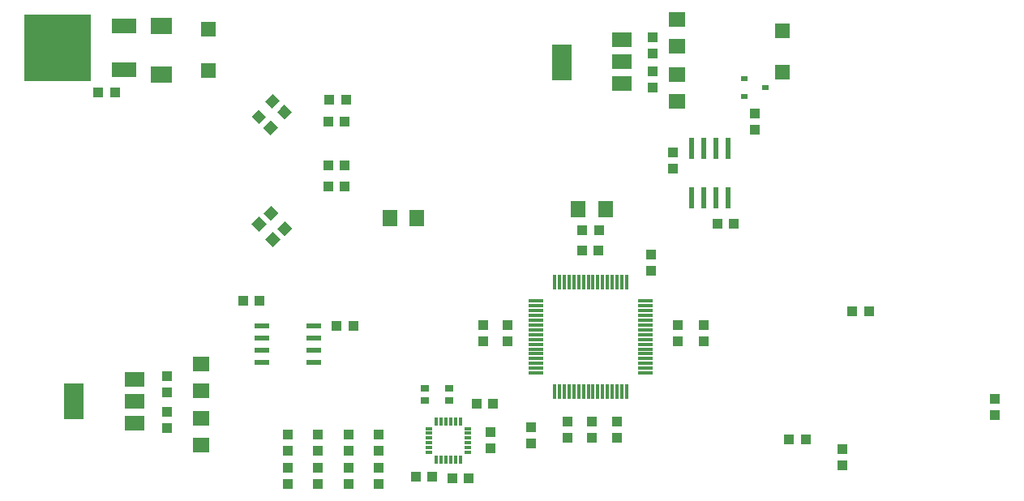
<source format=gtp>
G75*
G70*
%OFA0B0*%
%FSLAX24Y24*%
%IPPOS*%
%LPD*%
%AMOC8*
5,1,8,0,0,1.08239X$1,22.5*
%
%ADD10R,0.0591X0.0118*%
%ADD11R,0.0118X0.0591*%
%ADD12R,0.0433X0.0433*%
%ADD13R,0.0394X0.0433*%
%ADD14R,0.0790X0.0590*%
%ADD15R,0.0790X0.1500*%
%ADD16R,0.0709X0.0630*%
%ADD17R,0.0630X0.0709*%
%ADD18R,0.0138X0.0335*%
%ADD19R,0.0315X0.0138*%
%ADD20R,0.0354X0.0276*%
%ADD21R,0.0236X0.0866*%
%ADD22R,0.0256X0.0236*%
%ADD23R,0.0642X0.0598*%
%ADD24R,0.0591X0.0217*%
%ADD25R,0.2760X0.2760*%
%ADD26R,0.0990X0.0590*%
%ADD27R,0.0906X0.0689*%
%ADD28R,0.0433X0.0433*%
D10*
X026857Y006326D03*
X026857Y006523D03*
X026857Y006720D03*
X026857Y006917D03*
X026857Y007113D03*
X026857Y007310D03*
X026857Y007507D03*
X026857Y007704D03*
X026857Y007901D03*
X026857Y008098D03*
X026857Y008294D03*
X026857Y008491D03*
X026857Y008688D03*
X026857Y008885D03*
X026857Y009082D03*
X026857Y009279D03*
X031345Y009279D03*
X031345Y009082D03*
X031345Y008885D03*
X031345Y008688D03*
X031345Y008491D03*
X031345Y008294D03*
X031345Y008098D03*
X031345Y007901D03*
X031345Y007704D03*
X031345Y007507D03*
X031345Y007310D03*
X031345Y007113D03*
X031345Y006917D03*
X031345Y006720D03*
X031345Y006523D03*
X031345Y006326D03*
D11*
X030577Y005558D03*
X030380Y005558D03*
X030183Y005558D03*
X029987Y005558D03*
X029790Y005558D03*
X029593Y005558D03*
X029396Y005558D03*
X029199Y005558D03*
X029002Y005558D03*
X028806Y005558D03*
X028609Y005558D03*
X028412Y005558D03*
X028215Y005558D03*
X028018Y005558D03*
X027821Y005558D03*
X027624Y005558D03*
X027624Y010046D03*
X027821Y010046D03*
X028018Y010046D03*
X028215Y010046D03*
X028412Y010046D03*
X028609Y010046D03*
X028806Y010046D03*
X029002Y010046D03*
X029199Y010046D03*
X029396Y010046D03*
X029593Y010046D03*
X029790Y010046D03*
X029987Y010046D03*
X030183Y010046D03*
X030380Y010046D03*
X030577Y010046D03*
D12*
X031601Y010518D03*
X031601Y011187D03*
X029430Y011377D03*
X028761Y011377D03*
X028766Y012202D03*
X029435Y012202D03*
X034316Y012452D03*
X034985Y012452D03*
X032501Y014718D03*
X032501Y015387D03*
X035851Y016318D03*
X035851Y016987D03*
X031651Y018068D03*
X031651Y018737D03*
X031651Y019468D03*
X031651Y020137D03*
X019035Y017552D03*
X018366Y017552D03*
X018316Y016652D03*
X018985Y016652D03*
X018985Y014852D03*
X018316Y014852D03*
X018316Y014002D03*
X018985Y014002D03*
X009535Y017852D03*
X008866Y017852D03*
X014816Y009302D03*
X015485Y009302D03*
X018666Y008252D03*
X019335Y008252D03*
X024701Y008287D03*
X025671Y008287D03*
X025671Y007618D03*
X024701Y007618D03*
X024416Y005052D03*
X025085Y005052D03*
X026651Y004087D03*
X026651Y003418D03*
X025001Y003218D03*
X025001Y003887D03*
X024085Y002002D03*
X023416Y002002D03*
X022585Y002052D03*
X021916Y002052D03*
X020401Y001768D03*
X019151Y001768D03*
X017901Y001768D03*
X016651Y001768D03*
X016651Y002437D03*
X017901Y002437D03*
X019151Y002437D03*
X020401Y002437D03*
X020401Y003118D03*
X019151Y003118D03*
X017901Y003118D03*
X016651Y003118D03*
X016651Y003787D03*
X017901Y003787D03*
X019151Y003787D03*
X020401Y003787D03*
X011701Y004068D03*
X011701Y004737D03*
X011701Y005518D03*
X011701Y006187D03*
X029151Y004337D03*
X030201Y004337D03*
X030201Y003668D03*
X029151Y003668D03*
X037266Y003602D03*
X037935Y003602D03*
X039451Y003187D03*
X039451Y002518D03*
X045716Y004588D03*
X045716Y005257D03*
X040535Y008852D03*
X039866Y008852D03*
X033751Y008287D03*
X032701Y008287D03*
X032701Y007618D03*
X033751Y007618D03*
D13*
X028151Y004337D03*
X028151Y003668D03*
D14*
X010341Y004262D03*
X010341Y005162D03*
X010341Y006062D03*
X030391Y018212D03*
X030391Y019112D03*
X030391Y020012D03*
D15*
X027911Y019102D03*
X007861Y005152D03*
D16*
X013101Y005601D03*
X013101Y006704D03*
X013101Y004454D03*
X013101Y003351D03*
X032651Y017501D03*
X032651Y018604D03*
X032651Y019751D03*
X032651Y020854D03*
D17*
X029702Y013052D03*
X028600Y013052D03*
X021952Y012702D03*
X020850Y012702D03*
D18*
X022759Y004330D03*
X022956Y004330D03*
X023152Y004330D03*
X023349Y004330D03*
X023546Y004330D03*
X023743Y004330D03*
X023743Y002775D03*
X023546Y002775D03*
X023349Y002775D03*
X023152Y002775D03*
X022956Y002775D03*
X022759Y002775D03*
D19*
X022463Y003060D03*
X022463Y003257D03*
X022463Y003454D03*
X022463Y003651D03*
X022463Y003848D03*
X022463Y004044D03*
X024038Y004044D03*
X024038Y003848D03*
X024038Y003651D03*
X024038Y003454D03*
X024038Y003257D03*
X024038Y003060D03*
D20*
X023301Y005196D03*
X023301Y005708D03*
X022301Y005708D03*
X022301Y005196D03*
D21*
X033251Y013529D03*
X033751Y013529D03*
X034251Y013529D03*
X034751Y013529D03*
X034751Y015576D03*
X034251Y015576D03*
X033751Y015576D03*
X033251Y015576D03*
D22*
X035408Y017678D03*
X036294Y018052D03*
X035408Y018426D03*
D23*
X037001Y018706D03*
X037001Y020399D03*
X013401Y020449D03*
X013401Y018756D03*
D24*
X015588Y008252D03*
X015588Y007752D03*
X015588Y007252D03*
X015588Y006752D03*
X017714Y006752D03*
X017714Y007252D03*
X017714Y007752D03*
X017714Y008252D03*
D25*
X007201Y019702D03*
D26*
X009921Y018802D03*
X009921Y020602D03*
D27*
X011451Y020602D03*
X011451Y018602D03*
D28*
G36*
X015468Y016555D02*
X015148Y016845D01*
X015438Y017165D01*
X015758Y016875D01*
X015468Y016555D01*
G37*
G36*
X015965Y016108D02*
X015645Y016398D01*
X015935Y016718D01*
X016255Y016428D01*
X015965Y016108D01*
G37*
G36*
X016529Y016752D02*
X016209Y017042D01*
X016499Y017362D01*
X016819Y017072D01*
X016529Y016752D01*
G37*
G36*
X016032Y017199D02*
X015712Y017489D01*
X016002Y017809D01*
X016322Y017519D01*
X016032Y017199D01*
G37*
G36*
X016267Y012878D02*
X015947Y012588D01*
X015657Y012908D01*
X015977Y013198D01*
X016267Y012878D01*
G37*
G36*
X015770Y012430D02*
X015450Y012140D01*
X015160Y012460D01*
X015480Y012750D01*
X015770Y012430D01*
G37*
G36*
X016226Y012276D02*
X016546Y012566D01*
X016836Y012246D01*
X016516Y011956D01*
X016226Y012276D01*
G37*
G36*
X015729Y011828D02*
X016049Y012118D01*
X016339Y011798D01*
X016019Y011508D01*
X015729Y011828D01*
G37*
M02*

</source>
